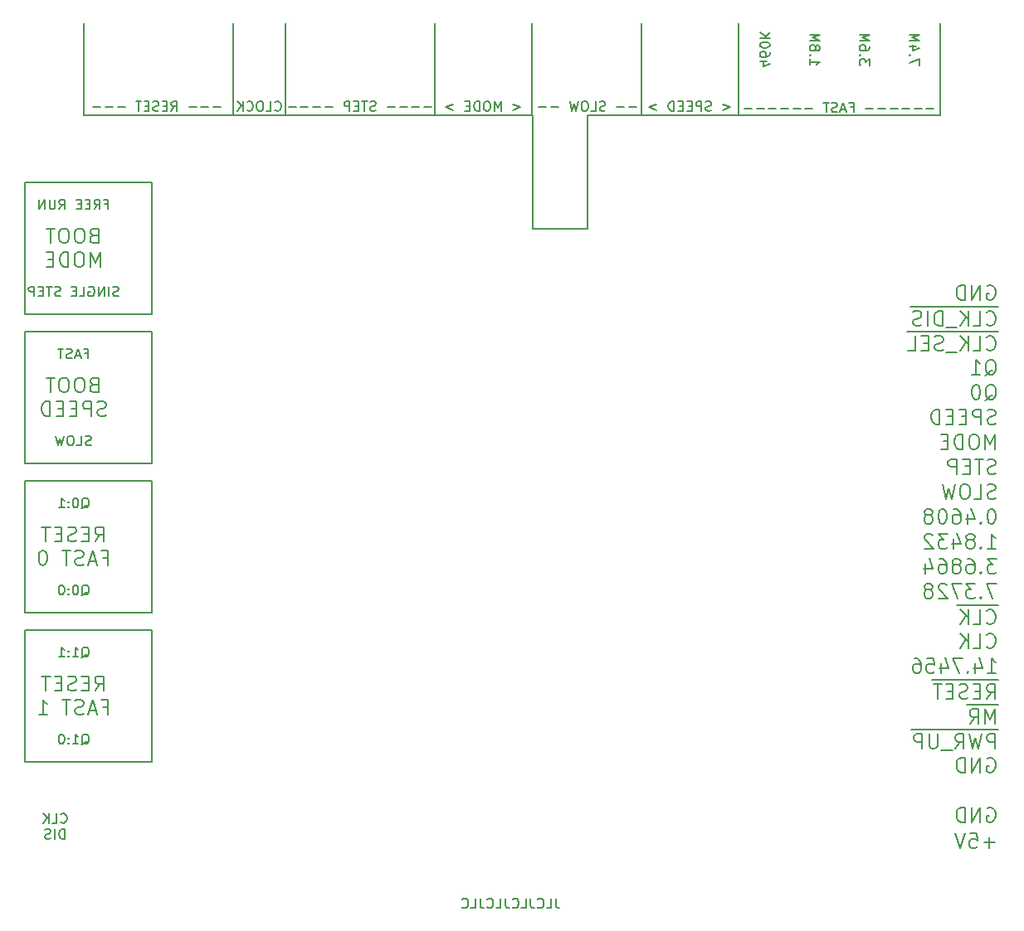
<source format=gbr>
%TF.GenerationSoftware,KiCad,Pcbnew,(6.0.7)*%
%TF.CreationDate,2022-10-23T20:31:47-04:00*%
%TF.ProjectId,Part 3 - Mapping things out,50617274-2033-4202-9d20-4d617070696e,1.1*%
%TF.SameCoordinates,Original*%
%TF.FileFunction,Legend,Bot*%
%TF.FilePolarity,Positive*%
%FSLAX46Y46*%
G04 Gerber Fmt 4.6, Leading zero omitted, Abs format (unit mm)*
G04 Created by KiCad (PCBNEW (6.0.7)) date 2022-10-23 20:31:47*
%MOMM*%
%LPD*%
G01*
G04 APERTURE LIST*
%ADD10C,0.150000*%
%ADD11C,0.200000*%
G04 APERTURE END LIST*
D10*
X152527000Y-55626000D02*
X162433000Y-55626000D01*
X89662000Y-62484000D02*
X102616000Y-62484000D01*
X89662000Y-91186000D02*
X89662000Y-77724000D01*
X147066000Y-67183000D02*
X141478000Y-67183000D01*
X110871000Y-55626000D02*
X116205000Y-55626000D01*
X162433000Y-55626000D02*
X162433000Y-46200000D01*
X102616000Y-106426000D02*
X89662000Y-106426000D01*
X141478000Y-55626000D02*
X141351000Y-55626000D01*
X102616000Y-108204000D02*
X102616000Y-121666000D01*
X89662000Y-106426000D02*
X89662000Y-92964000D01*
X141478000Y-67183000D02*
X141478000Y-55626000D01*
X102616000Y-121666000D02*
X89662000Y-121666000D01*
X131445000Y-55626000D02*
X131445000Y-46200000D01*
X102616000Y-62484000D02*
X102616000Y-75946000D01*
X141351000Y-55626000D02*
X141351000Y-46200000D01*
X102616000Y-75946000D02*
X89662000Y-75946000D01*
X89662000Y-92964000D02*
X102616000Y-92964000D01*
X102616000Y-77724000D02*
X102616000Y-91186000D01*
X183007000Y-55626000D02*
X183007000Y-46200000D01*
X89662000Y-121666000D02*
X89662000Y-108204000D01*
X147066000Y-55626000D02*
X147066000Y-67183000D01*
X89662000Y-108204000D02*
X102616000Y-108204000D01*
X147066000Y-55626000D02*
X152527000Y-55626000D01*
X162433000Y-55626000D02*
X183007000Y-55626000D01*
X89662000Y-77724000D02*
X102616000Y-77724000D01*
X89662000Y-75946000D02*
X89662000Y-62484000D01*
X152527000Y-55626000D02*
X152527000Y-46200000D01*
X102616000Y-92964000D02*
X102616000Y-106426000D01*
X95631000Y-46200000D02*
X95631000Y-55626000D01*
X131445000Y-55626000D02*
X141351000Y-55626000D01*
X95631000Y-55626000D02*
X110871000Y-55626000D01*
X110871000Y-55626000D02*
X110871000Y-46200000D01*
X116205000Y-55626000D02*
X131445000Y-55626000D01*
X116205000Y-55626000D02*
X116205000Y-46200000D01*
X102616000Y-91186000D02*
X89662000Y-91186000D01*
D11*
X188615857Y-129901142D02*
X187473000Y-129901142D01*
X188044428Y-130472571D02*
X188044428Y-129329714D01*
X186044428Y-128972571D02*
X186758714Y-128972571D01*
X186830142Y-129686857D01*
X186758714Y-129615428D01*
X186615857Y-129544000D01*
X186258714Y-129544000D01*
X186115857Y-129615428D01*
X186044428Y-129686857D01*
X185973000Y-129829714D01*
X185973000Y-130186857D01*
X186044428Y-130329714D01*
X186115857Y-130401142D01*
X186258714Y-130472571D01*
X186615857Y-130472571D01*
X186758714Y-130401142D01*
X186830142Y-130329714D01*
X185544428Y-128972571D02*
X185044428Y-130472571D01*
X184544428Y-128972571D01*
D10*
X95424523Y-104687619D02*
X95519761Y-104640000D01*
X95615000Y-104544761D01*
X95757857Y-104401904D01*
X95853095Y-104354285D01*
X95948333Y-104354285D01*
X95900714Y-104592380D02*
X95995952Y-104544761D01*
X96091190Y-104449523D01*
X96138809Y-104259047D01*
X96138809Y-103925714D01*
X96091190Y-103735238D01*
X95995952Y-103640000D01*
X95900714Y-103592380D01*
X95710238Y-103592380D01*
X95615000Y-103640000D01*
X95519761Y-103735238D01*
X95472142Y-103925714D01*
X95472142Y-104259047D01*
X95519761Y-104449523D01*
X95615000Y-104544761D01*
X95710238Y-104592380D01*
X95900714Y-104592380D01*
X94853095Y-103592380D02*
X94757857Y-103592380D01*
X94662619Y-103640000D01*
X94615000Y-103687619D01*
X94567380Y-103782857D01*
X94519761Y-103973333D01*
X94519761Y-104211428D01*
X94567380Y-104401904D01*
X94615000Y-104497142D01*
X94662619Y-104544761D01*
X94757857Y-104592380D01*
X94853095Y-104592380D01*
X94948333Y-104544761D01*
X94995952Y-104497142D01*
X95043571Y-104401904D01*
X95091190Y-104211428D01*
X95091190Y-103973333D01*
X95043571Y-103782857D01*
X94995952Y-103687619D01*
X94948333Y-103640000D01*
X94853095Y-103592380D01*
X94091190Y-104497142D02*
X94043571Y-104544761D01*
X94091190Y-104592380D01*
X94138809Y-104544761D01*
X94091190Y-104497142D01*
X94091190Y-104592380D01*
X94091190Y-103973333D02*
X94043571Y-104020952D01*
X94091190Y-104068571D01*
X94138809Y-104020952D01*
X94091190Y-103973333D01*
X94091190Y-104068571D01*
X93424523Y-103592380D02*
X93329285Y-103592380D01*
X93234047Y-103640000D01*
X93186428Y-103687619D01*
X93138809Y-103782857D01*
X93091190Y-103973333D01*
X93091190Y-104211428D01*
X93138809Y-104401904D01*
X93186428Y-104497142D01*
X93234047Y-104544761D01*
X93329285Y-104592380D01*
X93424523Y-104592380D01*
X93519761Y-104544761D01*
X93567380Y-104497142D01*
X93615000Y-104401904D01*
X93662619Y-104211428D01*
X93662619Y-103973333D01*
X93615000Y-103782857D01*
X93567380Y-103687619D01*
X93519761Y-103640000D01*
X93424523Y-103592380D01*
X95424523Y-95797619D02*
X95519761Y-95750000D01*
X95615000Y-95654761D01*
X95757857Y-95511904D01*
X95853095Y-95464285D01*
X95948333Y-95464285D01*
X95900714Y-95702380D02*
X95995952Y-95654761D01*
X96091190Y-95559523D01*
X96138809Y-95369047D01*
X96138809Y-95035714D01*
X96091190Y-94845238D01*
X95995952Y-94750000D01*
X95900714Y-94702380D01*
X95710238Y-94702380D01*
X95615000Y-94750000D01*
X95519761Y-94845238D01*
X95472142Y-95035714D01*
X95472142Y-95369047D01*
X95519761Y-95559523D01*
X95615000Y-95654761D01*
X95710238Y-95702380D01*
X95900714Y-95702380D01*
X94853095Y-94702380D02*
X94757857Y-94702380D01*
X94662619Y-94750000D01*
X94615000Y-94797619D01*
X94567380Y-94892857D01*
X94519761Y-95083333D01*
X94519761Y-95321428D01*
X94567380Y-95511904D01*
X94615000Y-95607142D01*
X94662619Y-95654761D01*
X94757857Y-95702380D01*
X94853095Y-95702380D01*
X94948333Y-95654761D01*
X94995952Y-95607142D01*
X95043571Y-95511904D01*
X95091190Y-95321428D01*
X95091190Y-95083333D01*
X95043571Y-94892857D01*
X94995952Y-94797619D01*
X94948333Y-94750000D01*
X94853095Y-94702380D01*
X94091190Y-95607142D02*
X94043571Y-95654761D01*
X94091190Y-95702380D01*
X94138809Y-95654761D01*
X94091190Y-95607142D01*
X94091190Y-95702380D01*
X94091190Y-95083333D02*
X94043571Y-95130952D01*
X94091190Y-95178571D01*
X94138809Y-95130952D01*
X94091190Y-95083333D01*
X94091190Y-95178571D01*
X93091190Y-95702380D02*
X93662619Y-95702380D01*
X93376904Y-95702380D02*
X93376904Y-94702380D01*
X93472142Y-94845238D01*
X93567380Y-94940476D01*
X93662619Y-94988095D01*
X160860952Y-54522714D02*
X161622857Y-54808428D01*
X160860952Y-55094142D01*
X159670476Y-55141761D02*
X159527619Y-55189380D01*
X159289523Y-55189380D01*
X159194285Y-55141761D01*
X159146666Y-55094142D01*
X159099047Y-54998904D01*
X159099047Y-54903666D01*
X159146666Y-54808428D01*
X159194285Y-54760809D01*
X159289523Y-54713190D01*
X159480000Y-54665571D01*
X159575238Y-54617952D01*
X159622857Y-54570333D01*
X159670476Y-54475095D01*
X159670476Y-54379857D01*
X159622857Y-54284619D01*
X159575238Y-54237000D01*
X159480000Y-54189380D01*
X159241904Y-54189380D01*
X159099047Y-54237000D01*
X158670476Y-55189380D02*
X158670476Y-54189380D01*
X158289523Y-54189380D01*
X158194285Y-54237000D01*
X158146666Y-54284619D01*
X158099047Y-54379857D01*
X158099047Y-54522714D01*
X158146666Y-54617952D01*
X158194285Y-54665571D01*
X158289523Y-54713190D01*
X158670476Y-54713190D01*
X157670476Y-54665571D02*
X157337142Y-54665571D01*
X157194285Y-55189380D02*
X157670476Y-55189380D01*
X157670476Y-54189380D01*
X157194285Y-54189380D01*
X156765714Y-54665571D02*
X156432380Y-54665571D01*
X156289523Y-55189380D02*
X156765714Y-55189380D01*
X156765714Y-54189380D01*
X156289523Y-54189380D01*
X155860952Y-55189380D02*
X155860952Y-54189380D01*
X155622857Y-54189380D01*
X155480000Y-54237000D01*
X155384761Y-54332238D01*
X155337142Y-54427476D01*
X155289523Y-54617952D01*
X155289523Y-54760809D01*
X155337142Y-54951285D01*
X155384761Y-55046523D01*
X155480000Y-55141761D01*
X155622857Y-55189380D01*
X155860952Y-55189380D01*
X154099047Y-54522714D02*
X153337142Y-54808428D01*
X154099047Y-55094142D01*
D11*
X187615857Y-82228428D02*
X187758714Y-82157000D01*
X187901571Y-82014142D01*
X188115857Y-81799857D01*
X188258714Y-81728428D01*
X188401571Y-81728428D01*
X188330142Y-82085571D02*
X188473000Y-82014142D01*
X188615857Y-81871285D01*
X188687285Y-81585571D01*
X188687285Y-81085571D01*
X188615857Y-80799857D01*
X188473000Y-80657000D01*
X188330142Y-80585571D01*
X188044428Y-80585571D01*
X187901571Y-80657000D01*
X187758714Y-80799857D01*
X187687285Y-81085571D01*
X187687285Y-81585571D01*
X187758714Y-81871285D01*
X187901571Y-82014142D01*
X188044428Y-82085571D01*
X188330142Y-82085571D01*
X186258714Y-82085571D02*
X187115857Y-82085571D01*
X186687285Y-82085571D02*
X186687285Y-80585571D01*
X186830142Y-80799857D01*
X186973000Y-80942714D01*
X187115857Y-81014142D01*
X188973000Y-77749000D02*
X187473000Y-77749000D01*
X187758714Y-79529714D02*
X187830142Y-79601142D01*
X188044428Y-79672571D01*
X188187285Y-79672571D01*
X188401571Y-79601142D01*
X188544428Y-79458285D01*
X188615857Y-79315428D01*
X188687285Y-79029714D01*
X188687285Y-78815428D01*
X188615857Y-78529714D01*
X188544428Y-78386857D01*
X188401571Y-78244000D01*
X188187285Y-78172571D01*
X188044428Y-78172571D01*
X187830142Y-78244000D01*
X187758714Y-78315428D01*
X187473000Y-77749000D02*
X186258714Y-77749000D01*
X186401571Y-79672571D02*
X187115857Y-79672571D01*
X187115857Y-78172571D01*
X186258714Y-77749000D02*
X184758714Y-77749000D01*
X185901571Y-79672571D02*
X185901571Y-78172571D01*
X185044428Y-79672571D02*
X185687285Y-78815428D01*
X185044428Y-78172571D02*
X185901571Y-79029714D01*
X184758714Y-77749000D02*
X183615857Y-77749000D01*
X184758714Y-79815428D02*
X183615857Y-79815428D01*
X183615857Y-77749000D02*
X182187285Y-77749000D01*
X183330142Y-79601142D02*
X183115857Y-79672571D01*
X182758714Y-79672571D01*
X182615857Y-79601142D01*
X182544428Y-79529714D01*
X182473000Y-79386857D01*
X182473000Y-79244000D01*
X182544428Y-79101142D01*
X182615857Y-79029714D01*
X182758714Y-78958285D01*
X183044428Y-78886857D01*
X183187285Y-78815428D01*
X183258714Y-78744000D01*
X183330142Y-78601142D01*
X183330142Y-78458285D01*
X183258714Y-78315428D01*
X183187285Y-78244000D01*
X183044428Y-78172571D01*
X182687285Y-78172571D01*
X182473000Y-78244000D01*
X182187285Y-77749000D02*
X180830142Y-77749000D01*
X181830142Y-78886857D02*
X181330142Y-78886857D01*
X181115857Y-79672571D02*
X181830142Y-79672571D01*
X181830142Y-78172571D01*
X181115857Y-78172571D01*
X180830142Y-77749000D02*
X179615857Y-77749000D01*
X179758714Y-79672571D02*
X180473000Y-79672571D01*
X180473000Y-78172571D01*
D10*
X95757857Y-79938571D02*
X96091190Y-79938571D01*
X96091190Y-80462380D02*
X96091190Y-79462380D01*
X95615000Y-79462380D01*
X95281666Y-80176666D02*
X94805476Y-80176666D01*
X95376904Y-80462380D02*
X95043571Y-79462380D01*
X94710238Y-80462380D01*
X94424523Y-80414761D02*
X94281666Y-80462380D01*
X94043571Y-80462380D01*
X93948333Y-80414761D01*
X93900714Y-80367142D01*
X93853095Y-80271904D01*
X93853095Y-80176666D01*
X93900714Y-80081428D01*
X93948333Y-80033809D01*
X94043571Y-79986190D01*
X94234047Y-79938571D01*
X94329285Y-79890952D01*
X94376904Y-79843333D01*
X94424523Y-79748095D01*
X94424523Y-79652857D01*
X94376904Y-79557619D01*
X94329285Y-79510000D01*
X94234047Y-79462380D01*
X93995952Y-79462380D01*
X93853095Y-79510000D01*
X93567380Y-79462380D02*
X92995952Y-79462380D01*
X93281666Y-80462380D02*
X93281666Y-79462380D01*
D11*
X188330142Y-95825571D02*
X188187285Y-95825571D01*
X188044428Y-95897000D01*
X187973000Y-95968428D01*
X187901571Y-96111285D01*
X187830142Y-96397000D01*
X187830142Y-96754142D01*
X187901571Y-97039857D01*
X187973000Y-97182714D01*
X188044428Y-97254142D01*
X188187285Y-97325571D01*
X188330142Y-97325571D01*
X188473000Y-97254142D01*
X188544428Y-97182714D01*
X188615857Y-97039857D01*
X188687285Y-96754142D01*
X188687285Y-96397000D01*
X188615857Y-96111285D01*
X188544428Y-95968428D01*
X188473000Y-95897000D01*
X188330142Y-95825571D01*
X187187285Y-97182714D02*
X187115857Y-97254142D01*
X187187285Y-97325571D01*
X187258714Y-97254142D01*
X187187285Y-97182714D01*
X187187285Y-97325571D01*
X185830142Y-96325571D02*
X185830142Y-97325571D01*
X186187285Y-95754142D02*
X186544428Y-96825571D01*
X185615857Y-96825571D01*
X184401571Y-95825571D02*
X184687285Y-95825571D01*
X184830142Y-95897000D01*
X184901571Y-95968428D01*
X185044428Y-96182714D01*
X185115857Y-96468428D01*
X185115857Y-97039857D01*
X185044428Y-97182714D01*
X184973000Y-97254142D01*
X184830142Y-97325571D01*
X184544428Y-97325571D01*
X184401571Y-97254142D01*
X184330142Y-97182714D01*
X184258714Y-97039857D01*
X184258714Y-96682714D01*
X184330142Y-96539857D01*
X184401571Y-96468428D01*
X184544428Y-96397000D01*
X184830142Y-96397000D01*
X184973000Y-96468428D01*
X185044428Y-96539857D01*
X185115857Y-96682714D01*
X183330142Y-95825571D02*
X183187285Y-95825571D01*
X183044428Y-95897000D01*
X182973000Y-95968428D01*
X182901571Y-96111285D01*
X182830142Y-96397000D01*
X182830142Y-96754142D01*
X182901571Y-97039857D01*
X182973000Y-97182714D01*
X183044428Y-97254142D01*
X183187285Y-97325571D01*
X183330142Y-97325571D01*
X183473000Y-97254142D01*
X183544428Y-97182714D01*
X183615857Y-97039857D01*
X183687285Y-96754142D01*
X183687285Y-96397000D01*
X183615857Y-96111285D01*
X183544428Y-95968428D01*
X183473000Y-95897000D01*
X183330142Y-95825571D01*
X181973000Y-96468428D02*
X182115857Y-96397000D01*
X182187285Y-96325571D01*
X182258714Y-96182714D01*
X182258714Y-96111285D01*
X182187285Y-95968428D01*
X182115857Y-95897000D01*
X181973000Y-95825571D01*
X181687285Y-95825571D01*
X181544428Y-95897000D01*
X181473000Y-95968428D01*
X181401571Y-96111285D01*
X181401571Y-96182714D01*
X181473000Y-96325571D01*
X181544428Y-96397000D01*
X181687285Y-96468428D01*
X181973000Y-96468428D01*
X182115857Y-96539857D01*
X182187285Y-96611285D01*
X182258714Y-96754142D01*
X182258714Y-97039857D01*
X182187285Y-97182714D01*
X182115857Y-97254142D01*
X181973000Y-97325571D01*
X181687285Y-97325571D01*
X181544428Y-97254142D01*
X181473000Y-97182714D01*
X181401571Y-97039857D01*
X181401571Y-96754142D01*
X181473000Y-96611285D01*
X181544428Y-96539857D01*
X181687285Y-96468428D01*
D10*
X97805476Y-64698571D02*
X98138809Y-64698571D01*
X98138809Y-65222380D02*
X98138809Y-64222380D01*
X97662619Y-64222380D01*
X96710238Y-65222380D02*
X97043571Y-64746190D01*
X97281666Y-65222380D02*
X97281666Y-64222380D01*
X96900714Y-64222380D01*
X96805476Y-64270000D01*
X96757857Y-64317619D01*
X96710238Y-64412857D01*
X96710238Y-64555714D01*
X96757857Y-64650952D01*
X96805476Y-64698571D01*
X96900714Y-64746190D01*
X97281666Y-64746190D01*
X96281666Y-64698571D02*
X95948333Y-64698571D01*
X95805476Y-65222380D02*
X96281666Y-65222380D01*
X96281666Y-64222380D01*
X95805476Y-64222380D01*
X95376904Y-64698571D02*
X95043571Y-64698571D01*
X94900714Y-65222380D02*
X95376904Y-65222380D01*
X95376904Y-64222380D01*
X94900714Y-64222380D01*
X93138809Y-65222380D02*
X93472142Y-64746190D01*
X93710238Y-65222380D02*
X93710238Y-64222380D01*
X93329285Y-64222380D01*
X93234047Y-64270000D01*
X93186428Y-64317619D01*
X93138809Y-64412857D01*
X93138809Y-64555714D01*
X93186428Y-64650952D01*
X93234047Y-64698571D01*
X93329285Y-64746190D01*
X93710238Y-64746190D01*
X92710238Y-64222380D02*
X92710238Y-65031904D01*
X92662619Y-65127142D01*
X92615000Y-65174761D01*
X92519761Y-65222380D01*
X92329285Y-65222380D01*
X92234047Y-65174761D01*
X92186428Y-65127142D01*
X92138809Y-65031904D01*
X92138809Y-64222380D01*
X91662619Y-65222380D02*
X91662619Y-64222380D01*
X91091190Y-65222380D01*
X91091190Y-64222380D01*
D11*
X96793571Y-114406071D02*
X97293571Y-113691785D01*
X97650714Y-114406071D02*
X97650714Y-112906071D01*
X97079285Y-112906071D01*
X96936428Y-112977500D01*
X96865000Y-113048928D01*
X96793571Y-113191785D01*
X96793571Y-113406071D01*
X96865000Y-113548928D01*
X96936428Y-113620357D01*
X97079285Y-113691785D01*
X97650714Y-113691785D01*
X96150714Y-113620357D02*
X95650714Y-113620357D01*
X95436428Y-114406071D02*
X96150714Y-114406071D01*
X96150714Y-112906071D01*
X95436428Y-112906071D01*
X94865000Y-114334642D02*
X94650714Y-114406071D01*
X94293571Y-114406071D01*
X94150714Y-114334642D01*
X94079285Y-114263214D01*
X94007857Y-114120357D01*
X94007857Y-113977500D01*
X94079285Y-113834642D01*
X94150714Y-113763214D01*
X94293571Y-113691785D01*
X94579285Y-113620357D01*
X94722142Y-113548928D01*
X94793571Y-113477500D01*
X94865000Y-113334642D01*
X94865000Y-113191785D01*
X94793571Y-113048928D01*
X94722142Y-112977500D01*
X94579285Y-112906071D01*
X94222142Y-112906071D01*
X94007857Y-112977500D01*
X93365000Y-113620357D02*
X92865000Y-113620357D01*
X92650714Y-114406071D02*
X93365000Y-114406071D01*
X93365000Y-112906071D01*
X92650714Y-112906071D01*
X92222142Y-112906071D02*
X91365000Y-112906071D01*
X91793571Y-114406071D02*
X91793571Y-112906071D01*
X97615000Y-116035357D02*
X98115000Y-116035357D01*
X98115000Y-116821071D02*
X98115000Y-115321071D01*
X97400714Y-115321071D01*
X96900714Y-116392500D02*
X96186428Y-116392500D01*
X97043571Y-116821071D02*
X96543571Y-115321071D01*
X96043571Y-116821071D01*
X95615000Y-116749642D02*
X95400714Y-116821071D01*
X95043571Y-116821071D01*
X94900714Y-116749642D01*
X94829285Y-116678214D01*
X94757857Y-116535357D01*
X94757857Y-116392500D01*
X94829285Y-116249642D01*
X94900714Y-116178214D01*
X95043571Y-116106785D01*
X95329285Y-116035357D01*
X95472142Y-115963928D01*
X95543571Y-115892500D01*
X95615000Y-115749642D01*
X95615000Y-115606785D01*
X95543571Y-115463928D01*
X95472142Y-115392500D01*
X95329285Y-115321071D01*
X94972142Y-115321071D01*
X94757857Y-115392500D01*
X94329285Y-115321071D02*
X93472142Y-115321071D01*
X93900714Y-116821071D02*
X93900714Y-115321071D01*
X91043571Y-116821071D02*
X91900714Y-116821071D01*
X91472142Y-116821071D02*
X91472142Y-115321071D01*
X91615000Y-115535357D01*
X91757857Y-115678214D01*
X91900714Y-115749642D01*
D10*
X180887619Y-50514047D02*
X180887619Y-49847380D01*
X179887619Y-50275952D01*
X179982857Y-49466428D02*
X179935238Y-49418809D01*
X179887619Y-49466428D01*
X179935238Y-49514047D01*
X179982857Y-49466428D01*
X179887619Y-49466428D01*
X180554285Y-48561666D02*
X179887619Y-48561666D01*
X180935238Y-48799761D02*
X180220952Y-49037857D01*
X180220952Y-48418809D01*
X179887619Y-48037857D02*
X180887619Y-48037857D01*
X180173333Y-47704523D01*
X180887619Y-47371190D01*
X179887619Y-47371190D01*
D11*
X188615857Y-89705571D02*
X188615857Y-88205571D01*
X188115857Y-89277000D01*
X187615857Y-88205571D01*
X187615857Y-89705571D01*
X186615857Y-88205571D02*
X186330142Y-88205571D01*
X186187285Y-88277000D01*
X186044428Y-88419857D01*
X185973000Y-88705571D01*
X185973000Y-89205571D01*
X186044428Y-89491285D01*
X186187285Y-89634142D01*
X186330142Y-89705571D01*
X186615857Y-89705571D01*
X186758714Y-89634142D01*
X186901571Y-89491285D01*
X186973000Y-89205571D01*
X186973000Y-88705571D01*
X186901571Y-88419857D01*
X186758714Y-88277000D01*
X186615857Y-88205571D01*
X185330142Y-89705571D02*
X185330142Y-88205571D01*
X184973000Y-88205571D01*
X184758714Y-88277000D01*
X184615857Y-88419857D01*
X184544428Y-88562714D01*
X184473000Y-88848428D01*
X184473000Y-89062714D01*
X184544428Y-89348428D01*
X184615857Y-89491285D01*
X184758714Y-89634142D01*
X184973000Y-89705571D01*
X185330142Y-89705571D01*
X183830142Y-88919857D02*
X183330142Y-88919857D01*
X183115857Y-89705571D02*
X183830142Y-89705571D01*
X183830142Y-88205571D01*
X183115857Y-88205571D01*
X188687285Y-92174142D02*
X188473000Y-92245571D01*
X188115857Y-92245571D01*
X187973000Y-92174142D01*
X187901571Y-92102714D01*
X187830142Y-91959857D01*
X187830142Y-91817000D01*
X187901571Y-91674142D01*
X187973000Y-91602714D01*
X188115857Y-91531285D01*
X188401571Y-91459857D01*
X188544428Y-91388428D01*
X188615857Y-91317000D01*
X188687285Y-91174142D01*
X188687285Y-91031285D01*
X188615857Y-90888428D01*
X188544428Y-90817000D01*
X188401571Y-90745571D01*
X188044428Y-90745571D01*
X187830142Y-90817000D01*
X187401571Y-90745571D02*
X186544428Y-90745571D01*
X186973000Y-92245571D02*
X186973000Y-90745571D01*
X186044428Y-91459857D02*
X185544428Y-91459857D01*
X185330142Y-92245571D02*
X186044428Y-92245571D01*
X186044428Y-90745571D01*
X185330142Y-90745571D01*
X184687285Y-92245571D02*
X184687285Y-90745571D01*
X184115857Y-90745571D01*
X183973000Y-90817000D01*
X183901571Y-90888428D01*
X183830142Y-91031285D01*
X183830142Y-91245571D01*
X183901571Y-91388428D01*
X183973000Y-91459857D01*
X184115857Y-91531285D01*
X184687285Y-91531285D01*
X188687285Y-87094142D02*
X188473000Y-87165571D01*
X188115857Y-87165571D01*
X187973000Y-87094142D01*
X187901571Y-87022714D01*
X187830142Y-86879857D01*
X187830142Y-86737000D01*
X187901571Y-86594142D01*
X187973000Y-86522714D01*
X188115857Y-86451285D01*
X188401571Y-86379857D01*
X188544428Y-86308428D01*
X188615857Y-86237000D01*
X188687285Y-86094142D01*
X188687285Y-85951285D01*
X188615857Y-85808428D01*
X188544428Y-85737000D01*
X188401571Y-85665571D01*
X188044428Y-85665571D01*
X187830142Y-85737000D01*
X187187285Y-87165571D02*
X187187285Y-85665571D01*
X186615857Y-85665571D01*
X186473000Y-85737000D01*
X186401571Y-85808428D01*
X186330142Y-85951285D01*
X186330142Y-86165571D01*
X186401571Y-86308428D01*
X186473000Y-86379857D01*
X186615857Y-86451285D01*
X187187285Y-86451285D01*
X185687285Y-86379857D02*
X185187285Y-86379857D01*
X184973000Y-87165571D02*
X185687285Y-87165571D01*
X185687285Y-85665571D01*
X184973000Y-85665571D01*
X184330142Y-86379857D02*
X183830142Y-86379857D01*
X183615857Y-87165571D02*
X184330142Y-87165571D01*
X184330142Y-85665571D01*
X183615857Y-85665571D01*
X182973000Y-87165571D02*
X182973000Y-85665571D01*
X182615857Y-85665571D01*
X182401571Y-85737000D01*
X182258714Y-85879857D01*
X182187285Y-86022714D01*
X182115857Y-86308428D01*
X182115857Y-86522714D01*
X182187285Y-86808428D01*
X182258714Y-86951285D01*
X182401571Y-87094142D01*
X182615857Y-87165571D01*
X182973000Y-87165571D01*
D10*
X115157047Y-55094142D02*
X115204666Y-55141761D01*
X115347523Y-55189380D01*
X115442761Y-55189380D01*
X115585619Y-55141761D01*
X115680857Y-55046523D01*
X115728476Y-54951285D01*
X115776095Y-54760809D01*
X115776095Y-54617952D01*
X115728476Y-54427476D01*
X115680857Y-54332238D01*
X115585619Y-54237000D01*
X115442761Y-54189380D01*
X115347523Y-54189380D01*
X115204666Y-54237000D01*
X115157047Y-54284619D01*
X114252285Y-55189380D02*
X114728476Y-55189380D01*
X114728476Y-54189380D01*
X113728476Y-54189380D02*
X113538000Y-54189380D01*
X113442761Y-54237000D01*
X113347523Y-54332238D01*
X113299904Y-54522714D01*
X113299904Y-54856047D01*
X113347523Y-55046523D01*
X113442761Y-55141761D01*
X113538000Y-55189380D01*
X113728476Y-55189380D01*
X113823714Y-55141761D01*
X113918952Y-55046523D01*
X113966571Y-54856047D01*
X113966571Y-54522714D01*
X113918952Y-54332238D01*
X113823714Y-54237000D01*
X113728476Y-54189380D01*
X112299904Y-55094142D02*
X112347523Y-55141761D01*
X112490380Y-55189380D01*
X112585619Y-55189380D01*
X112728476Y-55141761D01*
X112823714Y-55046523D01*
X112871333Y-54951285D01*
X112918952Y-54760809D01*
X112918952Y-54617952D01*
X112871333Y-54427476D01*
X112823714Y-54332238D01*
X112728476Y-54237000D01*
X112585619Y-54189380D01*
X112490380Y-54189380D01*
X112347523Y-54237000D01*
X112299904Y-54284619D01*
X111871333Y-55189380D02*
X111871333Y-54189380D01*
X111299904Y-55189380D02*
X111728476Y-54617952D01*
X111299904Y-54189380D02*
X111871333Y-54760809D01*
D11*
X188973000Y-105689000D02*
X187473000Y-105689000D01*
X187758714Y-107469714D02*
X187830142Y-107541142D01*
X188044428Y-107612571D01*
X188187285Y-107612571D01*
X188401571Y-107541142D01*
X188544428Y-107398285D01*
X188615857Y-107255428D01*
X188687285Y-106969714D01*
X188687285Y-106755428D01*
X188615857Y-106469714D01*
X188544428Y-106326857D01*
X188401571Y-106184000D01*
X188187285Y-106112571D01*
X188044428Y-106112571D01*
X187830142Y-106184000D01*
X187758714Y-106255428D01*
X187473000Y-105689000D02*
X186258714Y-105689000D01*
X186401571Y-107612571D02*
X187115857Y-107612571D01*
X187115857Y-106112571D01*
X186258714Y-105689000D02*
X184758714Y-105689000D01*
X185901571Y-107612571D02*
X185901571Y-106112571D01*
X185044428Y-107612571D02*
X185687285Y-106755428D01*
X185044428Y-106112571D02*
X185901571Y-106969714D01*
D10*
X152042190Y-54808428D02*
X151280285Y-54808428D01*
X150804095Y-54808428D02*
X150042190Y-54808428D01*
X148851714Y-55141761D02*
X148708857Y-55189380D01*
X148470761Y-55189380D01*
X148375523Y-55141761D01*
X148327904Y-55094142D01*
X148280285Y-54998904D01*
X148280285Y-54903666D01*
X148327904Y-54808428D01*
X148375523Y-54760809D01*
X148470761Y-54713190D01*
X148661238Y-54665571D01*
X148756476Y-54617952D01*
X148804095Y-54570333D01*
X148851714Y-54475095D01*
X148851714Y-54379857D01*
X148804095Y-54284619D01*
X148756476Y-54237000D01*
X148661238Y-54189380D01*
X148423142Y-54189380D01*
X148280285Y-54237000D01*
X147375523Y-55189380D02*
X147851714Y-55189380D01*
X147851714Y-54189380D01*
X146851714Y-54189380D02*
X146661238Y-54189380D01*
X146566000Y-54237000D01*
X146470761Y-54332238D01*
X146423142Y-54522714D01*
X146423142Y-54856047D01*
X146470761Y-55046523D01*
X146566000Y-55141761D01*
X146661238Y-55189380D01*
X146851714Y-55189380D01*
X146946952Y-55141761D01*
X147042190Y-55046523D01*
X147089809Y-54856047D01*
X147089809Y-54522714D01*
X147042190Y-54332238D01*
X146946952Y-54237000D01*
X146851714Y-54189380D01*
X146089809Y-54189380D02*
X145851714Y-55189380D01*
X145661238Y-54475095D01*
X145470761Y-55189380D01*
X145232666Y-54189380D01*
X144089809Y-54808428D02*
X143327904Y-54808428D01*
X142851714Y-54808428D02*
X142089809Y-54808428D01*
X95424523Y-119927619D02*
X95519761Y-119880000D01*
X95615000Y-119784761D01*
X95757857Y-119641904D01*
X95853095Y-119594285D01*
X95948333Y-119594285D01*
X95900714Y-119832380D02*
X95995952Y-119784761D01*
X96091190Y-119689523D01*
X96138809Y-119499047D01*
X96138809Y-119165714D01*
X96091190Y-118975238D01*
X95995952Y-118880000D01*
X95900714Y-118832380D01*
X95710238Y-118832380D01*
X95615000Y-118880000D01*
X95519761Y-118975238D01*
X95472142Y-119165714D01*
X95472142Y-119499047D01*
X95519761Y-119689523D01*
X95615000Y-119784761D01*
X95710238Y-119832380D01*
X95900714Y-119832380D01*
X94519761Y-119832380D02*
X95091190Y-119832380D01*
X94805476Y-119832380D02*
X94805476Y-118832380D01*
X94900714Y-118975238D01*
X94995952Y-119070476D01*
X95091190Y-119118095D01*
X94091190Y-119737142D02*
X94043571Y-119784761D01*
X94091190Y-119832380D01*
X94138809Y-119784761D01*
X94091190Y-119737142D01*
X94091190Y-119832380D01*
X94091190Y-119213333D02*
X94043571Y-119260952D01*
X94091190Y-119308571D01*
X94138809Y-119260952D01*
X94091190Y-119213333D01*
X94091190Y-119308571D01*
X93424523Y-118832380D02*
X93329285Y-118832380D01*
X93234047Y-118880000D01*
X93186428Y-118927619D01*
X93138809Y-119022857D01*
X93091190Y-119213333D01*
X93091190Y-119451428D01*
X93138809Y-119641904D01*
X93186428Y-119737142D01*
X93234047Y-119784761D01*
X93329285Y-119832380D01*
X93424523Y-119832380D01*
X93519761Y-119784761D01*
X93567380Y-119737142D01*
X93615000Y-119641904D01*
X93662619Y-119451428D01*
X93662619Y-119213333D01*
X93615000Y-119022857D01*
X93567380Y-118927619D01*
X93519761Y-118880000D01*
X93424523Y-118832380D01*
D11*
X187864428Y-112565571D02*
X188695857Y-112565571D01*
X188280142Y-112565571D02*
X188280142Y-111065571D01*
X188418714Y-111279857D01*
X188557285Y-111422714D01*
X188695857Y-111494142D01*
X186617285Y-111565571D02*
X186617285Y-112565571D01*
X186963714Y-110994142D02*
X187310142Y-112065571D01*
X186409428Y-112065571D01*
X185855142Y-112422714D02*
X185785857Y-112494142D01*
X185855142Y-112565571D01*
X185924428Y-112494142D01*
X185855142Y-112422714D01*
X185855142Y-112565571D01*
X185300857Y-111065571D02*
X184330857Y-111065571D01*
X184954428Y-112565571D01*
X183153000Y-111565571D02*
X183153000Y-112565571D01*
X183499428Y-110994142D02*
X183845857Y-112065571D01*
X182945142Y-112065571D01*
X181698000Y-111065571D02*
X182390857Y-111065571D01*
X182460142Y-111779857D01*
X182390857Y-111708428D01*
X182252285Y-111637000D01*
X181905857Y-111637000D01*
X181767285Y-111708428D01*
X181698000Y-111779857D01*
X181628714Y-111922714D01*
X181628714Y-112279857D01*
X181698000Y-112422714D01*
X181767285Y-112494142D01*
X181905857Y-112565571D01*
X182252285Y-112565571D01*
X182390857Y-112494142D01*
X182460142Y-112422714D01*
X180381571Y-111065571D02*
X180658714Y-111065571D01*
X180797285Y-111137000D01*
X180866571Y-111208428D01*
X181005142Y-111422714D01*
X181074428Y-111708428D01*
X181074428Y-112279857D01*
X181005142Y-112422714D01*
X180935857Y-112494142D01*
X180797285Y-112565571D01*
X180520142Y-112565571D01*
X180381571Y-112494142D01*
X180312285Y-112422714D01*
X180243000Y-112279857D01*
X180243000Y-111922714D01*
X180312285Y-111779857D01*
X180381571Y-111708428D01*
X180520142Y-111637000D01*
X180797285Y-111637000D01*
X180935857Y-111708428D01*
X181005142Y-111779857D01*
X181074428Y-111922714D01*
D10*
X139445619Y-54522714D02*
X140207523Y-54808428D01*
X139445619Y-55094142D01*
X138207523Y-55189380D02*
X138207523Y-54189380D01*
X137874190Y-54903666D01*
X137540857Y-54189380D01*
X137540857Y-55189380D01*
X136874190Y-54189380D02*
X136683714Y-54189380D01*
X136588476Y-54237000D01*
X136493238Y-54332238D01*
X136445619Y-54522714D01*
X136445619Y-54856047D01*
X136493238Y-55046523D01*
X136588476Y-55141761D01*
X136683714Y-55189380D01*
X136874190Y-55189380D01*
X136969428Y-55141761D01*
X137064666Y-55046523D01*
X137112285Y-54856047D01*
X137112285Y-54522714D01*
X137064666Y-54332238D01*
X136969428Y-54237000D01*
X136874190Y-54189380D01*
X136017047Y-55189380D02*
X136017047Y-54189380D01*
X135778952Y-54189380D01*
X135636095Y-54237000D01*
X135540857Y-54332238D01*
X135493238Y-54427476D01*
X135445619Y-54617952D01*
X135445619Y-54760809D01*
X135493238Y-54951285D01*
X135540857Y-55046523D01*
X135636095Y-55141761D01*
X135778952Y-55189380D01*
X136017047Y-55189380D01*
X135017047Y-54665571D02*
X134683714Y-54665571D01*
X134540857Y-55189380D02*
X135017047Y-55189380D01*
X135017047Y-54189380D01*
X134540857Y-54189380D01*
X133350380Y-54522714D02*
X132588476Y-54808428D01*
X133350380Y-55094142D01*
X182386666Y-54935428D02*
X181624761Y-54935428D01*
X181148571Y-54935428D02*
X180386666Y-54935428D01*
X179910476Y-54935428D02*
X179148571Y-54935428D01*
X178672380Y-54935428D02*
X177910476Y-54935428D01*
X177434285Y-54935428D02*
X176672380Y-54935428D01*
X176196190Y-54935428D02*
X175434285Y-54935428D01*
X173862857Y-54792571D02*
X174196190Y-54792571D01*
X174196190Y-55316380D02*
X174196190Y-54316380D01*
X173720000Y-54316380D01*
X173386666Y-55030666D02*
X172910476Y-55030666D01*
X173481904Y-55316380D02*
X173148571Y-54316380D01*
X172815238Y-55316380D01*
X172529523Y-55268761D02*
X172386666Y-55316380D01*
X172148571Y-55316380D01*
X172053333Y-55268761D01*
X172005714Y-55221142D01*
X171958095Y-55125904D01*
X171958095Y-55030666D01*
X172005714Y-54935428D01*
X172053333Y-54887809D01*
X172148571Y-54840190D01*
X172339047Y-54792571D01*
X172434285Y-54744952D01*
X172481904Y-54697333D01*
X172529523Y-54602095D01*
X172529523Y-54506857D01*
X172481904Y-54411619D01*
X172434285Y-54364000D01*
X172339047Y-54316380D01*
X172100952Y-54316380D01*
X171958095Y-54364000D01*
X171672380Y-54316380D02*
X171100952Y-54316380D01*
X171386666Y-55316380D02*
X171386666Y-54316380D01*
X170005714Y-54935428D02*
X169243809Y-54935428D01*
X168767619Y-54935428D02*
X168005714Y-54935428D01*
X167529523Y-54935428D02*
X166767619Y-54935428D01*
X166291428Y-54935428D02*
X165529523Y-54935428D01*
X165053333Y-54935428D02*
X164291428Y-54935428D01*
X163815238Y-54935428D02*
X163053333Y-54935428D01*
D11*
X188687285Y-94714142D02*
X188473000Y-94785571D01*
X188115857Y-94785571D01*
X187973000Y-94714142D01*
X187901571Y-94642714D01*
X187830142Y-94499857D01*
X187830142Y-94357000D01*
X187901571Y-94214142D01*
X187973000Y-94142714D01*
X188115857Y-94071285D01*
X188401571Y-93999857D01*
X188544428Y-93928428D01*
X188615857Y-93857000D01*
X188687285Y-93714142D01*
X188687285Y-93571285D01*
X188615857Y-93428428D01*
X188544428Y-93357000D01*
X188401571Y-93285571D01*
X188044428Y-93285571D01*
X187830142Y-93357000D01*
X186473000Y-94785571D02*
X187187285Y-94785571D01*
X187187285Y-93285571D01*
X185687285Y-93285571D02*
X185401571Y-93285571D01*
X185258714Y-93357000D01*
X185115857Y-93499857D01*
X185044428Y-93785571D01*
X185044428Y-94285571D01*
X185115857Y-94571285D01*
X185258714Y-94714142D01*
X185401571Y-94785571D01*
X185687285Y-94785571D01*
X185830142Y-94714142D01*
X185973000Y-94571285D01*
X186044428Y-94285571D01*
X186044428Y-93785571D01*
X185973000Y-93499857D01*
X185830142Y-93357000D01*
X185687285Y-93285571D01*
X184544428Y-93285571D02*
X184187285Y-94785571D01*
X183901571Y-93714142D01*
X183615857Y-94785571D01*
X183258714Y-93285571D01*
X96650714Y-67900357D02*
X96436428Y-67971785D01*
X96365000Y-68043214D01*
X96293571Y-68186071D01*
X96293571Y-68400357D01*
X96365000Y-68543214D01*
X96436428Y-68614642D01*
X96579285Y-68686071D01*
X97150714Y-68686071D01*
X97150714Y-67186071D01*
X96650714Y-67186071D01*
X96507857Y-67257500D01*
X96436428Y-67328928D01*
X96365000Y-67471785D01*
X96365000Y-67614642D01*
X96436428Y-67757500D01*
X96507857Y-67828928D01*
X96650714Y-67900357D01*
X97150714Y-67900357D01*
X95365000Y-67186071D02*
X95079285Y-67186071D01*
X94936428Y-67257500D01*
X94793571Y-67400357D01*
X94722142Y-67686071D01*
X94722142Y-68186071D01*
X94793571Y-68471785D01*
X94936428Y-68614642D01*
X95079285Y-68686071D01*
X95365000Y-68686071D01*
X95507857Y-68614642D01*
X95650714Y-68471785D01*
X95722142Y-68186071D01*
X95722142Y-67686071D01*
X95650714Y-67400357D01*
X95507857Y-67257500D01*
X95365000Y-67186071D01*
X93793571Y-67186071D02*
X93507857Y-67186071D01*
X93365000Y-67257500D01*
X93222142Y-67400357D01*
X93150714Y-67686071D01*
X93150714Y-68186071D01*
X93222142Y-68471785D01*
X93365000Y-68614642D01*
X93507857Y-68686071D01*
X93793571Y-68686071D01*
X93936428Y-68614642D01*
X94079285Y-68471785D01*
X94150714Y-68186071D01*
X94150714Y-67686071D01*
X94079285Y-67400357D01*
X93936428Y-67257500D01*
X93793571Y-67186071D01*
X92722142Y-67186071D02*
X91865000Y-67186071D01*
X92293571Y-68686071D02*
X92293571Y-67186071D01*
X97329285Y-71101071D02*
X97329285Y-69601071D01*
X96829285Y-70672500D01*
X96329285Y-69601071D01*
X96329285Y-71101071D01*
X95329285Y-69601071D02*
X95043571Y-69601071D01*
X94900714Y-69672500D01*
X94757857Y-69815357D01*
X94686428Y-70101071D01*
X94686428Y-70601071D01*
X94757857Y-70886785D01*
X94900714Y-71029642D01*
X95043571Y-71101071D01*
X95329285Y-71101071D01*
X95472142Y-71029642D01*
X95615000Y-70886785D01*
X95686428Y-70601071D01*
X95686428Y-70101071D01*
X95615000Y-69815357D01*
X95472142Y-69672500D01*
X95329285Y-69601071D01*
X94043571Y-71101071D02*
X94043571Y-69601071D01*
X93686428Y-69601071D01*
X93472142Y-69672500D01*
X93329285Y-69815357D01*
X93257857Y-69958214D01*
X93186428Y-70243928D01*
X93186428Y-70458214D01*
X93257857Y-70743928D01*
X93329285Y-70886785D01*
X93472142Y-71029642D01*
X93686428Y-71101071D01*
X94043571Y-71101071D01*
X92543571Y-70315357D02*
X92043571Y-70315357D01*
X91829285Y-71101071D02*
X92543571Y-71101071D01*
X92543571Y-69601071D01*
X91829285Y-69601071D01*
X188758714Y-100905571D02*
X187830142Y-100905571D01*
X188330142Y-101477000D01*
X188115857Y-101477000D01*
X187973000Y-101548428D01*
X187901571Y-101619857D01*
X187830142Y-101762714D01*
X187830142Y-102119857D01*
X187901571Y-102262714D01*
X187973000Y-102334142D01*
X188115857Y-102405571D01*
X188544428Y-102405571D01*
X188687285Y-102334142D01*
X188758714Y-102262714D01*
X187187285Y-102262714D02*
X187115857Y-102334142D01*
X187187285Y-102405571D01*
X187258714Y-102334142D01*
X187187285Y-102262714D01*
X187187285Y-102405571D01*
X185830142Y-100905571D02*
X186115857Y-100905571D01*
X186258714Y-100977000D01*
X186330142Y-101048428D01*
X186473000Y-101262714D01*
X186544428Y-101548428D01*
X186544428Y-102119857D01*
X186473000Y-102262714D01*
X186401571Y-102334142D01*
X186258714Y-102405571D01*
X185973000Y-102405571D01*
X185830142Y-102334142D01*
X185758714Y-102262714D01*
X185687285Y-102119857D01*
X185687285Y-101762714D01*
X185758714Y-101619857D01*
X185830142Y-101548428D01*
X185973000Y-101477000D01*
X186258714Y-101477000D01*
X186401571Y-101548428D01*
X186473000Y-101619857D01*
X186544428Y-101762714D01*
X184830142Y-101548428D02*
X184973000Y-101477000D01*
X185044428Y-101405571D01*
X185115857Y-101262714D01*
X185115857Y-101191285D01*
X185044428Y-101048428D01*
X184973000Y-100977000D01*
X184830142Y-100905571D01*
X184544428Y-100905571D01*
X184401571Y-100977000D01*
X184330142Y-101048428D01*
X184258714Y-101191285D01*
X184258714Y-101262714D01*
X184330142Y-101405571D01*
X184401571Y-101477000D01*
X184544428Y-101548428D01*
X184830142Y-101548428D01*
X184973000Y-101619857D01*
X185044428Y-101691285D01*
X185115857Y-101834142D01*
X185115857Y-102119857D01*
X185044428Y-102262714D01*
X184973000Y-102334142D01*
X184830142Y-102405571D01*
X184544428Y-102405571D01*
X184401571Y-102334142D01*
X184330142Y-102262714D01*
X184258714Y-102119857D01*
X184258714Y-101834142D01*
X184330142Y-101691285D01*
X184401571Y-101619857D01*
X184544428Y-101548428D01*
X182973000Y-100905571D02*
X183258714Y-100905571D01*
X183401571Y-100977000D01*
X183473000Y-101048428D01*
X183615857Y-101262714D01*
X183687285Y-101548428D01*
X183687285Y-102119857D01*
X183615857Y-102262714D01*
X183544428Y-102334142D01*
X183401571Y-102405571D01*
X183115857Y-102405571D01*
X182973000Y-102334142D01*
X182901571Y-102262714D01*
X182830142Y-102119857D01*
X182830142Y-101762714D01*
X182901571Y-101619857D01*
X182973000Y-101548428D01*
X183115857Y-101477000D01*
X183401571Y-101477000D01*
X183544428Y-101548428D01*
X183615857Y-101619857D01*
X183687285Y-101762714D01*
X181544428Y-101405571D02*
X181544428Y-102405571D01*
X181901571Y-100834142D02*
X182258714Y-101905571D01*
X181330142Y-101905571D01*
X188973000Y-118389000D02*
X187473000Y-118389000D01*
X188615857Y-120312571D02*
X188615857Y-118812571D01*
X188044428Y-118812571D01*
X187901571Y-118884000D01*
X187830142Y-118955428D01*
X187758714Y-119098285D01*
X187758714Y-119312571D01*
X187830142Y-119455428D01*
X187901571Y-119526857D01*
X188044428Y-119598285D01*
X188615857Y-119598285D01*
X187473000Y-118389000D02*
X185758714Y-118389000D01*
X187258714Y-118812571D02*
X186901571Y-120312571D01*
X186615857Y-119241142D01*
X186330142Y-120312571D01*
X185973000Y-118812571D01*
X185758714Y-118389000D02*
X184258714Y-118389000D01*
X184544428Y-120312571D02*
X185044428Y-119598285D01*
X185401571Y-120312571D02*
X185401571Y-118812571D01*
X184830142Y-118812571D01*
X184687285Y-118884000D01*
X184615857Y-118955428D01*
X184544428Y-119098285D01*
X184544428Y-119312571D01*
X184615857Y-119455428D01*
X184687285Y-119526857D01*
X184830142Y-119598285D01*
X185401571Y-119598285D01*
X184258714Y-118389000D02*
X183115857Y-118389000D01*
X184258714Y-120455428D02*
X183115857Y-120455428D01*
X183115857Y-118389000D02*
X181544428Y-118389000D01*
X182758714Y-118812571D02*
X182758714Y-120026857D01*
X182687285Y-120169714D01*
X182615857Y-120241142D01*
X182473000Y-120312571D01*
X182187285Y-120312571D01*
X182044428Y-120241142D01*
X181973000Y-120169714D01*
X181901571Y-120026857D01*
X181901571Y-118812571D01*
X181544428Y-118389000D02*
X180044428Y-118389000D01*
X181187285Y-120312571D02*
X181187285Y-118812571D01*
X180615857Y-118812571D01*
X180473000Y-118884000D01*
X180401571Y-118955428D01*
X180330142Y-119098285D01*
X180330142Y-119312571D01*
X180401571Y-119455428D01*
X180473000Y-119526857D01*
X180615857Y-119598285D01*
X181187285Y-119598285D01*
X188973000Y-75209000D02*
X187473000Y-75209000D01*
X187758714Y-76989714D02*
X187830142Y-77061142D01*
X188044428Y-77132571D01*
X188187285Y-77132571D01*
X188401571Y-77061142D01*
X188544428Y-76918285D01*
X188615857Y-76775428D01*
X188687285Y-76489714D01*
X188687285Y-76275428D01*
X188615857Y-75989714D01*
X188544428Y-75846857D01*
X188401571Y-75704000D01*
X188187285Y-75632571D01*
X188044428Y-75632571D01*
X187830142Y-75704000D01*
X187758714Y-75775428D01*
X187473000Y-75209000D02*
X186258714Y-75209000D01*
X186401571Y-77132571D02*
X187115857Y-77132571D01*
X187115857Y-75632571D01*
X186258714Y-75209000D02*
X184758714Y-75209000D01*
X185901571Y-77132571D02*
X185901571Y-75632571D01*
X185044428Y-77132571D02*
X185687285Y-76275428D01*
X185044428Y-75632571D02*
X185901571Y-76489714D01*
X184758714Y-75209000D02*
X183615857Y-75209000D01*
X184758714Y-77275428D02*
X183615857Y-77275428D01*
X183615857Y-75209000D02*
X182115857Y-75209000D01*
X183258714Y-77132571D02*
X183258714Y-75632571D01*
X182901571Y-75632571D01*
X182687285Y-75704000D01*
X182544428Y-75846857D01*
X182473000Y-75989714D01*
X182401571Y-76275428D01*
X182401571Y-76489714D01*
X182473000Y-76775428D01*
X182544428Y-76918285D01*
X182687285Y-77061142D01*
X182901571Y-77132571D01*
X183258714Y-77132571D01*
X182115857Y-75209000D02*
X181401571Y-75209000D01*
X181758714Y-77132571D02*
X181758714Y-75632571D01*
X181401571Y-75209000D02*
X179973000Y-75209000D01*
X181115857Y-77061142D02*
X180901571Y-77132571D01*
X180544428Y-77132571D01*
X180401571Y-77061142D01*
X180330142Y-76989714D01*
X180258714Y-76846857D01*
X180258714Y-76704000D01*
X180330142Y-76561142D01*
X180401571Y-76489714D01*
X180544428Y-76418285D01*
X180830142Y-76346857D01*
X180973000Y-76275428D01*
X181044428Y-76204000D01*
X181115857Y-76061142D01*
X181115857Y-75918285D01*
X181044428Y-75775428D01*
X180973000Y-75704000D01*
X180830142Y-75632571D01*
X180473000Y-75632571D01*
X180258714Y-75704000D01*
X96793571Y-99166071D02*
X97293571Y-98451785D01*
X97650714Y-99166071D02*
X97650714Y-97666071D01*
X97079285Y-97666071D01*
X96936428Y-97737500D01*
X96865000Y-97808928D01*
X96793571Y-97951785D01*
X96793571Y-98166071D01*
X96865000Y-98308928D01*
X96936428Y-98380357D01*
X97079285Y-98451785D01*
X97650714Y-98451785D01*
X96150714Y-98380357D02*
X95650714Y-98380357D01*
X95436428Y-99166071D02*
X96150714Y-99166071D01*
X96150714Y-97666071D01*
X95436428Y-97666071D01*
X94865000Y-99094642D02*
X94650714Y-99166071D01*
X94293571Y-99166071D01*
X94150714Y-99094642D01*
X94079285Y-99023214D01*
X94007857Y-98880357D01*
X94007857Y-98737500D01*
X94079285Y-98594642D01*
X94150714Y-98523214D01*
X94293571Y-98451785D01*
X94579285Y-98380357D01*
X94722142Y-98308928D01*
X94793571Y-98237500D01*
X94865000Y-98094642D01*
X94865000Y-97951785D01*
X94793571Y-97808928D01*
X94722142Y-97737500D01*
X94579285Y-97666071D01*
X94222142Y-97666071D01*
X94007857Y-97737500D01*
X93365000Y-98380357D02*
X92865000Y-98380357D01*
X92650714Y-99166071D02*
X93365000Y-99166071D01*
X93365000Y-97666071D01*
X92650714Y-97666071D01*
X92222142Y-97666071D02*
X91365000Y-97666071D01*
X91793571Y-99166071D02*
X91793571Y-97666071D01*
X97615000Y-100795357D02*
X98115000Y-100795357D01*
X98115000Y-101581071D02*
X98115000Y-100081071D01*
X97400714Y-100081071D01*
X96900714Y-101152500D02*
X96186428Y-101152500D01*
X97043571Y-101581071D02*
X96543571Y-100081071D01*
X96043571Y-101581071D01*
X95615000Y-101509642D02*
X95400714Y-101581071D01*
X95043571Y-101581071D01*
X94900714Y-101509642D01*
X94829285Y-101438214D01*
X94757857Y-101295357D01*
X94757857Y-101152500D01*
X94829285Y-101009642D01*
X94900714Y-100938214D01*
X95043571Y-100866785D01*
X95329285Y-100795357D01*
X95472142Y-100723928D01*
X95543571Y-100652500D01*
X95615000Y-100509642D01*
X95615000Y-100366785D01*
X95543571Y-100223928D01*
X95472142Y-100152500D01*
X95329285Y-100081071D01*
X94972142Y-100081071D01*
X94757857Y-100152500D01*
X94329285Y-100081071D02*
X93472142Y-100081071D01*
X93900714Y-101581071D02*
X93900714Y-100081071D01*
X91543571Y-100081071D02*
X91400714Y-100081071D01*
X91257857Y-100152500D01*
X91186428Y-100223928D01*
X91115000Y-100366785D01*
X91043571Y-100652500D01*
X91043571Y-101009642D01*
X91115000Y-101295357D01*
X91186428Y-101438214D01*
X91257857Y-101509642D01*
X91400714Y-101581071D01*
X91543571Y-101581071D01*
X91686428Y-101509642D01*
X91757857Y-101438214D01*
X91829285Y-101295357D01*
X91900714Y-101009642D01*
X91900714Y-100652500D01*
X91829285Y-100366785D01*
X91757857Y-100223928D01*
X91686428Y-100152500D01*
X91543571Y-100081071D01*
X187830142Y-126377000D02*
X187973000Y-126305571D01*
X188187285Y-126305571D01*
X188401571Y-126377000D01*
X188544428Y-126519857D01*
X188615857Y-126662714D01*
X188687285Y-126948428D01*
X188687285Y-127162714D01*
X188615857Y-127448428D01*
X188544428Y-127591285D01*
X188401571Y-127734142D01*
X188187285Y-127805571D01*
X188044428Y-127805571D01*
X187830142Y-127734142D01*
X187758714Y-127662714D01*
X187758714Y-127162714D01*
X188044428Y-127162714D01*
X187115857Y-127805571D02*
X187115857Y-126305571D01*
X186258714Y-127805571D01*
X186258714Y-126305571D01*
X185544428Y-127805571D02*
X185544428Y-126305571D01*
X185187285Y-126305571D01*
X184973000Y-126377000D01*
X184830142Y-126519857D01*
X184758714Y-126662714D01*
X184687285Y-126948428D01*
X184687285Y-127162714D01*
X184758714Y-127448428D01*
X184830142Y-127591285D01*
X184973000Y-127734142D01*
X185187285Y-127805571D01*
X185544428Y-127805571D01*
D10*
X109624000Y-54808428D02*
X108862095Y-54808428D01*
X108385904Y-54808428D02*
X107624000Y-54808428D01*
X107147809Y-54808428D02*
X106385904Y-54808428D01*
X104576380Y-55189380D02*
X104909714Y-54713190D01*
X105147809Y-55189380D02*
X105147809Y-54189380D01*
X104766857Y-54189380D01*
X104671619Y-54237000D01*
X104624000Y-54284619D01*
X104576380Y-54379857D01*
X104576380Y-54522714D01*
X104624000Y-54617952D01*
X104671619Y-54665571D01*
X104766857Y-54713190D01*
X105147809Y-54713190D01*
X104147809Y-54665571D02*
X103814476Y-54665571D01*
X103671619Y-55189380D02*
X104147809Y-55189380D01*
X104147809Y-54189380D01*
X103671619Y-54189380D01*
X103290666Y-55141761D02*
X103147809Y-55189380D01*
X102909714Y-55189380D01*
X102814476Y-55141761D01*
X102766857Y-55094142D01*
X102719238Y-54998904D01*
X102719238Y-54903666D01*
X102766857Y-54808428D01*
X102814476Y-54760809D01*
X102909714Y-54713190D01*
X103100190Y-54665571D01*
X103195428Y-54617952D01*
X103243047Y-54570333D01*
X103290666Y-54475095D01*
X103290666Y-54379857D01*
X103243047Y-54284619D01*
X103195428Y-54237000D01*
X103100190Y-54189380D01*
X102862095Y-54189380D01*
X102719238Y-54237000D01*
X102290666Y-54665571D02*
X101957333Y-54665571D01*
X101814476Y-55189380D02*
X102290666Y-55189380D01*
X102290666Y-54189380D01*
X101814476Y-54189380D01*
X101528761Y-54189380D02*
X100957333Y-54189380D01*
X101243047Y-55189380D02*
X101243047Y-54189380D01*
X99862095Y-54808428D02*
X99100190Y-54808428D01*
X98624000Y-54808428D02*
X97862095Y-54808428D01*
X97385904Y-54808428D02*
X96624000Y-54808428D01*
X131110714Y-54808428D02*
X130348809Y-54808428D01*
X129872619Y-54808428D02*
X129110714Y-54808428D01*
X128634523Y-54808428D02*
X127872619Y-54808428D01*
X127396428Y-54808428D02*
X126634523Y-54808428D01*
X125444047Y-55141761D02*
X125301190Y-55189380D01*
X125063095Y-55189380D01*
X124967857Y-55141761D01*
X124920238Y-55094142D01*
X124872619Y-54998904D01*
X124872619Y-54903666D01*
X124920238Y-54808428D01*
X124967857Y-54760809D01*
X125063095Y-54713190D01*
X125253571Y-54665571D01*
X125348809Y-54617952D01*
X125396428Y-54570333D01*
X125444047Y-54475095D01*
X125444047Y-54379857D01*
X125396428Y-54284619D01*
X125348809Y-54237000D01*
X125253571Y-54189380D01*
X125015476Y-54189380D01*
X124872619Y-54237000D01*
X124586904Y-54189380D02*
X124015476Y-54189380D01*
X124301190Y-55189380D02*
X124301190Y-54189380D01*
X123682142Y-54665571D02*
X123348809Y-54665571D01*
X123205952Y-55189380D02*
X123682142Y-55189380D01*
X123682142Y-54189380D01*
X123205952Y-54189380D01*
X122777380Y-55189380D02*
X122777380Y-54189380D01*
X122396428Y-54189380D01*
X122301190Y-54237000D01*
X122253571Y-54284619D01*
X122205952Y-54379857D01*
X122205952Y-54522714D01*
X122253571Y-54617952D01*
X122301190Y-54665571D01*
X122396428Y-54713190D01*
X122777380Y-54713190D01*
X121015476Y-54808428D02*
X120253571Y-54808428D01*
X119777380Y-54808428D02*
X119015476Y-54808428D01*
X118539285Y-54808428D02*
X117777380Y-54808428D01*
X117301190Y-54808428D02*
X116539285Y-54808428D01*
D11*
X187830142Y-121297000D02*
X187973000Y-121225571D01*
X188187285Y-121225571D01*
X188401571Y-121297000D01*
X188544428Y-121439857D01*
X188615857Y-121582714D01*
X188687285Y-121868428D01*
X188687285Y-122082714D01*
X188615857Y-122368428D01*
X188544428Y-122511285D01*
X188401571Y-122654142D01*
X188187285Y-122725571D01*
X188044428Y-122725571D01*
X187830142Y-122654142D01*
X187758714Y-122582714D01*
X187758714Y-122082714D01*
X188044428Y-122082714D01*
X187115857Y-122725571D02*
X187115857Y-121225571D01*
X186258714Y-122725571D01*
X186258714Y-121225571D01*
X185544428Y-122725571D02*
X185544428Y-121225571D01*
X185187285Y-121225571D01*
X184973000Y-121297000D01*
X184830142Y-121439857D01*
X184758714Y-121582714D01*
X184687285Y-121868428D01*
X184687285Y-122082714D01*
X184758714Y-122368428D01*
X184830142Y-122511285D01*
X184973000Y-122654142D01*
X185187285Y-122725571D01*
X185544428Y-122725571D01*
X96650714Y-83140357D02*
X96436428Y-83211785D01*
X96365000Y-83283214D01*
X96293571Y-83426071D01*
X96293571Y-83640357D01*
X96365000Y-83783214D01*
X96436428Y-83854642D01*
X96579285Y-83926071D01*
X97150714Y-83926071D01*
X97150714Y-82426071D01*
X96650714Y-82426071D01*
X96507857Y-82497500D01*
X96436428Y-82568928D01*
X96365000Y-82711785D01*
X96365000Y-82854642D01*
X96436428Y-82997500D01*
X96507857Y-83068928D01*
X96650714Y-83140357D01*
X97150714Y-83140357D01*
X95365000Y-82426071D02*
X95079285Y-82426071D01*
X94936428Y-82497500D01*
X94793571Y-82640357D01*
X94722142Y-82926071D01*
X94722142Y-83426071D01*
X94793571Y-83711785D01*
X94936428Y-83854642D01*
X95079285Y-83926071D01*
X95365000Y-83926071D01*
X95507857Y-83854642D01*
X95650714Y-83711785D01*
X95722142Y-83426071D01*
X95722142Y-82926071D01*
X95650714Y-82640357D01*
X95507857Y-82497500D01*
X95365000Y-82426071D01*
X93793571Y-82426071D02*
X93507857Y-82426071D01*
X93365000Y-82497500D01*
X93222142Y-82640357D01*
X93150714Y-82926071D01*
X93150714Y-83426071D01*
X93222142Y-83711785D01*
X93365000Y-83854642D01*
X93507857Y-83926071D01*
X93793571Y-83926071D01*
X93936428Y-83854642D01*
X94079285Y-83711785D01*
X94150714Y-83426071D01*
X94150714Y-82926071D01*
X94079285Y-82640357D01*
X93936428Y-82497500D01*
X93793571Y-82426071D01*
X92722142Y-82426071D02*
X91865000Y-82426071D01*
X92293571Y-83926071D02*
X92293571Y-82426071D01*
X97900714Y-86269642D02*
X97686428Y-86341071D01*
X97329285Y-86341071D01*
X97186428Y-86269642D01*
X97115000Y-86198214D01*
X97043571Y-86055357D01*
X97043571Y-85912500D01*
X97115000Y-85769642D01*
X97186428Y-85698214D01*
X97329285Y-85626785D01*
X97615000Y-85555357D01*
X97757857Y-85483928D01*
X97829285Y-85412500D01*
X97900714Y-85269642D01*
X97900714Y-85126785D01*
X97829285Y-84983928D01*
X97757857Y-84912500D01*
X97615000Y-84841071D01*
X97257857Y-84841071D01*
X97043571Y-84912500D01*
X96400714Y-86341071D02*
X96400714Y-84841071D01*
X95829285Y-84841071D01*
X95686428Y-84912500D01*
X95615000Y-84983928D01*
X95543571Y-85126785D01*
X95543571Y-85341071D01*
X95615000Y-85483928D01*
X95686428Y-85555357D01*
X95829285Y-85626785D01*
X96400714Y-85626785D01*
X94900714Y-85555357D02*
X94400714Y-85555357D01*
X94186428Y-86341071D02*
X94900714Y-86341071D01*
X94900714Y-84841071D01*
X94186428Y-84841071D01*
X93543571Y-85555357D02*
X93043571Y-85555357D01*
X92829285Y-86341071D02*
X93543571Y-86341071D01*
X93543571Y-84841071D01*
X92829285Y-84841071D01*
X92186428Y-86341071D02*
X92186428Y-84841071D01*
X91829285Y-84841071D01*
X91615000Y-84912500D01*
X91472142Y-85055357D01*
X91400714Y-85198214D01*
X91329285Y-85483928D01*
X91329285Y-85698214D01*
X91400714Y-85983928D01*
X91472142Y-86126785D01*
X91615000Y-86269642D01*
X91829285Y-86341071D01*
X92186428Y-86341071D01*
D10*
X143811047Y-135596380D02*
X143811047Y-136310666D01*
X143858666Y-136453523D01*
X143953904Y-136548761D01*
X144096761Y-136596380D01*
X144192000Y-136596380D01*
X142858666Y-136596380D02*
X143334857Y-136596380D01*
X143334857Y-135596380D01*
X141953904Y-136501142D02*
X142001523Y-136548761D01*
X142144380Y-136596380D01*
X142239619Y-136596380D01*
X142382476Y-136548761D01*
X142477714Y-136453523D01*
X142525333Y-136358285D01*
X142572952Y-136167809D01*
X142572952Y-136024952D01*
X142525333Y-135834476D01*
X142477714Y-135739238D01*
X142382476Y-135644000D01*
X142239619Y-135596380D01*
X142144380Y-135596380D01*
X142001523Y-135644000D01*
X141953904Y-135691619D01*
X141239619Y-135596380D02*
X141239619Y-136310666D01*
X141287238Y-136453523D01*
X141382476Y-136548761D01*
X141525333Y-136596380D01*
X141620571Y-136596380D01*
X140287238Y-136596380D02*
X140763428Y-136596380D01*
X140763428Y-135596380D01*
X139382476Y-136501142D02*
X139430095Y-136548761D01*
X139572952Y-136596380D01*
X139668190Y-136596380D01*
X139811047Y-136548761D01*
X139906285Y-136453523D01*
X139953904Y-136358285D01*
X140001523Y-136167809D01*
X140001523Y-136024952D01*
X139953904Y-135834476D01*
X139906285Y-135739238D01*
X139811047Y-135644000D01*
X139668190Y-135596380D01*
X139572952Y-135596380D01*
X139430095Y-135644000D01*
X139382476Y-135691619D01*
X138668190Y-135596380D02*
X138668190Y-136310666D01*
X138715809Y-136453523D01*
X138811047Y-136548761D01*
X138953904Y-136596380D01*
X139049142Y-136596380D01*
X137715809Y-136596380D02*
X138192000Y-136596380D01*
X138192000Y-135596380D01*
X136811047Y-136501142D02*
X136858666Y-136548761D01*
X137001523Y-136596380D01*
X137096761Y-136596380D01*
X137239619Y-136548761D01*
X137334857Y-136453523D01*
X137382476Y-136358285D01*
X137430095Y-136167809D01*
X137430095Y-136024952D01*
X137382476Y-135834476D01*
X137334857Y-135739238D01*
X137239619Y-135644000D01*
X137096761Y-135596380D01*
X137001523Y-135596380D01*
X136858666Y-135644000D01*
X136811047Y-135691619D01*
X136096761Y-135596380D02*
X136096761Y-136310666D01*
X136144380Y-136453523D01*
X136239619Y-136548761D01*
X136382476Y-136596380D01*
X136477714Y-136596380D01*
X135144380Y-136596380D02*
X135620571Y-136596380D01*
X135620571Y-135596380D01*
X134239619Y-136501142D02*
X134287238Y-136548761D01*
X134430095Y-136596380D01*
X134525333Y-136596380D01*
X134668190Y-136548761D01*
X134763428Y-136453523D01*
X134811047Y-136358285D01*
X134858666Y-136167809D01*
X134858666Y-136024952D01*
X134811047Y-135834476D01*
X134763428Y-135739238D01*
X134668190Y-135644000D01*
X134525333Y-135596380D01*
X134430095Y-135596380D01*
X134287238Y-135644000D01*
X134239619Y-135691619D01*
D11*
X188973000Y-113309000D02*
X187473000Y-113309000D01*
X187758714Y-115232571D02*
X188258714Y-114518285D01*
X188615857Y-115232571D02*
X188615857Y-113732571D01*
X188044428Y-113732571D01*
X187901571Y-113804000D01*
X187830142Y-113875428D01*
X187758714Y-114018285D01*
X187758714Y-114232571D01*
X187830142Y-114375428D01*
X187901571Y-114446857D01*
X188044428Y-114518285D01*
X188615857Y-114518285D01*
X187473000Y-113309000D02*
X186115857Y-113309000D01*
X187115857Y-114446857D02*
X186615857Y-114446857D01*
X186401571Y-115232571D02*
X187115857Y-115232571D01*
X187115857Y-113732571D01*
X186401571Y-113732571D01*
X186115857Y-113309000D02*
X184687285Y-113309000D01*
X185830142Y-115161142D02*
X185615857Y-115232571D01*
X185258714Y-115232571D01*
X185115857Y-115161142D01*
X185044428Y-115089714D01*
X184973000Y-114946857D01*
X184973000Y-114804000D01*
X185044428Y-114661142D01*
X185115857Y-114589714D01*
X185258714Y-114518285D01*
X185544428Y-114446857D01*
X185687285Y-114375428D01*
X185758714Y-114304000D01*
X185830142Y-114161142D01*
X185830142Y-114018285D01*
X185758714Y-113875428D01*
X185687285Y-113804000D01*
X185544428Y-113732571D01*
X185187285Y-113732571D01*
X184973000Y-113804000D01*
X184687285Y-113309000D02*
X183330142Y-113309000D01*
X184330142Y-114446857D02*
X183830142Y-114446857D01*
X183615857Y-115232571D02*
X184330142Y-115232571D01*
X184330142Y-113732571D01*
X183615857Y-113732571D01*
X183330142Y-113309000D02*
X182187285Y-113309000D01*
X183187285Y-113732571D02*
X182330142Y-113732571D01*
X182758714Y-115232571D02*
X182758714Y-113732571D01*
D10*
X93305238Y-127822142D02*
X93352857Y-127869761D01*
X93495714Y-127917380D01*
X93590952Y-127917380D01*
X93733809Y-127869761D01*
X93829047Y-127774523D01*
X93876666Y-127679285D01*
X93924285Y-127488809D01*
X93924285Y-127345952D01*
X93876666Y-127155476D01*
X93829047Y-127060238D01*
X93733809Y-126965000D01*
X93590952Y-126917380D01*
X93495714Y-126917380D01*
X93352857Y-126965000D01*
X93305238Y-127012619D01*
X92400476Y-127917380D02*
X92876666Y-127917380D01*
X92876666Y-126917380D01*
X92067142Y-127917380D02*
X92067142Y-126917380D01*
X91495714Y-127917380D02*
X91924285Y-127345952D01*
X91495714Y-126917380D02*
X92067142Y-127488809D01*
X93686190Y-129527380D02*
X93686190Y-128527380D01*
X93448095Y-128527380D01*
X93305238Y-128575000D01*
X93210000Y-128670238D01*
X93162380Y-128765476D01*
X93114761Y-128955952D01*
X93114761Y-129098809D01*
X93162380Y-129289285D01*
X93210000Y-129384523D01*
X93305238Y-129479761D01*
X93448095Y-129527380D01*
X93686190Y-129527380D01*
X92686190Y-129527380D02*
X92686190Y-128527380D01*
X92257619Y-129479761D02*
X92114761Y-129527380D01*
X91876666Y-129527380D01*
X91781428Y-129479761D01*
X91733809Y-129432142D01*
X91686190Y-129336904D01*
X91686190Y-129241666D01*
X91733809Y-129146428D01*
X91781428Y-129098809D01*
X91876666Y-129051190D01*
X92067142Y-129003571D01*
X92162380Y-128955952D01*
X92210000Y-128908333D01*
X92257619Y-128813095D01*
X92257619Y-128717857D01*
X92210000Y-128622619D01*
X92162380Y-128575000D01*
X92067142Y-128527380D01*
X91829047Y-128527380D01*
X91686190Y-128575000D01*
D11*
X188973000Y-115849000D02*
X187258714Y-115849000D01*
X188615857Y-117772571D02*
X188615857Y-116272571D01*
X188115857Y-117344000D01*
X187615857Y-116272571D01*
X187615857Y-117772571D01*
X187258714Y-115849000D02*
X185758714Y-115849000D01*
X186044428Y-117772571D02*
X186544428Y-117058285D01*
X186901571Y-117772571D02*
X186901571Y-116272571D01*
X186330142Y-116272571D01*
X186187285Y-116344000D01*
X186115857Y-116415428D01*
X186044428Y-116558285D01*
X186044428Y-116772571D01*
X186115857Y-116915428D01*
X186187285Y-116986857D01*
X186330142Y-117058285D01*
X186901571Y-117058285D01*
D10*
X95424523Y-111037619D02*
X95519761Y-110990000D01*
X95615000Y-110894761D01*
X95757857Y-110751904D01*
X95853095Y-110704285D01*
X95948333Y-110704285D01*
X95900714Y-110942380D02*
X95995952Y-110894761D01*
X96091190Y-110799523D01*
X96138809Y-110609047D01*
X96138809Y-110275714D01*
X96091190Y-110085238D01*
X95995952Y-109990000D01*
X95900714Y-109942380D01*
X95710238Y-109942380D01*
X95615000Y-109990000D01*
X95519761Y-110085238D01*
X95472142Y-110275714D01*
X95472142Y-110609047D01*
X95519761Y-110799523D01*
X95615000Y-110894761D01*
X95710238Y-110942380D01*
X95900714Y-110942380D01*
X94519761Y-110942380D02*
X95091190Y-110942380D01*
X94805476Y-110942380D02*
X94805476Y-109942380D01*
X94900714Y-110085238D01*
X94995952Y-110180476D01*
X95091190Y-110228095D01*
X94091190Y-110847142D02*
X94043571Y-110894761D01*
X94091190Y-110942380D01*
X94138809Y-110894761D01*
X94091190Y-110847142D01*
X94091190Y-110942380D01*
X94091190Y-110323333D02*
X94043571Y-110370952D01*
X94091190Y-110418571D01*
X94138809Y-110370952D01*
X94091190Y-110323333D01*
X94091190Y-110418571D01*
X93091190Y-110942380D02*
X93662619Y-110942380D01*
X93376904Y-110942380D02*
X93376904Y-109942380D01*
X93472142Y-110085238D01*
X93567380Y-110180476D01*
X93662619Y-110228095D01*
D11*
X187830142Y-99865571D02*
X188687285Y-99865571D01*
X188258714Y-99865571D02*
X188258714Y-98365571D01*
X188401571Y-98579857D01*
X188544428Y-98722714D01*
X188687285Y-98794142D01*
X187187285Y-99722714D02*
X187115857Y-99794142D01*
X187187285Y-99865571D01*
X187258714Y-99794142D01*
X187187285Y-99722714D01*
X187187285Y-99865571D01*
X186258714Y-99008428D02*
X186401571Y-98937000D01*
X186473000Y-98865571D01*
X186544428Y-98722714D01*
X186544428Y-98651285D01*
X186473000Y-98508428D01*
X186401571Y-98437000D01*
X186258714Y-98365571D01*
X185973000Y-98365571D01*
X185830142Y-98437000D01*
X185758714Y-98508428D01*
X185687285Y-98651285D01*
X185687285Y-98722714D01*
X185758714Y-98865571D01*
X185830142Y-98937000D01*
X185973000Y-99008428D01*
X186258714Y-99008428D01*
X186401571Y-99079857D01*
X186473000Y-99151285D01*
X186544428Y-99294142D01*
X186544428Y-99579857D01*
X186473000Y-99722714D01*
X186401571Y-99794142D01*
X186258714Y-99865571D01*
X185973000Y-99865571D01*
X185830142Y-99794142D01*
X185758714Y-99722714D01*
X185687285Y-99579857D01*
X185687285Y-99294142D01*
X185758714Y-99151285D01*
X185830142Y-99079857D01*
X185973000Y-99008428D01*
X184401571Y-98865571D02*
X184401571Y-99865571D01*
X184758714Y-98294142D02*
X185115857Y-99365571D01*
X184187285Y-99365571D01*
X183758714Y-98365571D02*
X182830142Y-98365571D01*
X183330142Y-98937000D01*
X183115857Y-98937000D01*
X182973000Y-99008428D01*
X182901571Y-99079857D01*
X182830142Y-99222714D01*
X182830142Y-99579857D01*
X182901571Y-99722714D01*
X182973000Y-99794142D01*
X183115857Y-99865571D01*
X183544428Y-99865571D01*
X183687285Y-99794142D01*
X183758714Y-99722714D01*
X182258714Y-98508428D02*
X182187285Y-98437000D01*
X182044428Y-98365571D01*
X181687285Y-98365571D01*
X181544428Y-98437000D01*
X181473000Y-98508428D01*
X181401571Y-98651285D01*
X181401571Y-98794142D01*
X181473000Y-99008428D01*
X182330142Y-99865571D01*
X181401571Y-99865571D01*
D10*
X169727619Y-49895000D02*
X169727619Y-50466428D01*
X169727619Y-50180714D02*
X170727619Y-50180714D01*
X170584761Y-50275952D01*
X170489523Y-50371190D01*
X170441904Y-50466428D01*
X169822857Y-49466428D02*
X169775238Y-49418809D01*
X169727619Y-49466428D01*
X169775238Y-49514047D01*
X169822857Y-49466428D01*
X169727619Y-49466428D01*
X170299047Y-48847380D02*
X170346666Y-48942619D01*
X170394285Y-48990238D01*
X170489523Y-49037857D01*
X170537142Y-49037857D01*
X170632380Y-48990238D01*
X170680000Y-48942619D01*
X170727619Y-48847380D01*
X170727619Y-48656904D01*
X170680000Y-48561666D01*
X170632380Y-48514047D01*
X170537142Y-48466428D01*
X170489523Y-48466428D01*
X170394285Y-48514047D01*
X170346666Y-48561666D01*
X170299047Y-48656904D01*
X170299047Y-48847380D01*
X170251428Y-48942619D01*
X170203809Y-48990238D01*
X170108571Y-49037857D01*
X169918095Y-49037857D01*
X169822857Y-48990238D01*
X169775238Y-48942619D01*
X169727619Y-48847380D01*
X169727619Y-48656904D01*
X169775238Y-48561666D01*
X169822857Y-48514047D01*
X169918095Y-48466428D01*
X170108571Y-48466428D01*
X170203809Y-48514047D01*
X170251428Y-48561666D01*
X170299047Y-48656904D01*
X169727619Y-48037857D02*
X170727619Y-48037857D01*
X170013333Y-47704523D01*
X170727619Y-47371190D01*
X169727619Y-47371190D01*
X175807619Y-50514047D02*
X175807619Y-49895000D01*
X175426666Y-50228333D01*
X175426666Y-50085476D01*
X175379047Y-49990238D01*
X175331428Y-49942619D01*
X175236190Y-49895000D01*
X174998095Y-49895000D01*
X174902857Y-49942619D01*
X174855238Y-49990238D01*
X174807619Y-50085476D01*
X174807619Y-50371190D01*
X174855238Y-50466428D01*
X174902857Y-50514047D01*
X174902857Y-49466428D02*
X174855238Y-49418809D01*
X174807619Y-49466428D01*
X174855238Y-49514047D01*
X174902857Y-49466428D01*
X174807619Y-49466428D01*
X175807619Y-48561666D02*
X175807619Y-48752142D01*
X175760000Y-48847380D01*
X175712380Y-48895000D01*
X175569523Y-48990238D01*
X175379047Y-49037857D01*
X174998095Y-49037857D01*
X174902857Y-48990238D01*
X174855238Y-48942619D01*
X174807619Y-48847380D01*
X174807619Y-48656904D01*
X174855238Y-48561666D01*
X174902857Y-48514047D01*
X174998095Y-48466428D01*
X175236190Y-48466428D01*
X175331428Y-48514047D01*
X175379047Y-48561666D01*
X175426666Y-48656904D01*
X175426666Y-48847380D01*
X175379047Y-48942619D01*
X175331428Y-48990238D01*
X175236190Y-49037857D01*
X174807619Y-48037857D02*
X175807619Y-48037857D01*
X175093333Y-47704523D01*
X175807619Y-47371190D01*
X174807619Y-47371190D01*
X96400714Y-89304761D02*
X96257857Y-89352380D01*
X96019761Y-89352380D01*
X95924523Y-89304761D01*
X95876904Y-89257142D01*
X95829285Y-89161904D01*
X95829285Y-89066666D01*
X95876904Y-88971428D01*
X95924523Y-88923809D01*
X96019761Y-88876190D01*
X96210238Y-88828571D01*
X96305476Y-88780952D01*
X96353095Y-88733333D01*
X96400714Y-88638095D01*
X96400714Y-88542857D01*
X96353095Y-88447619D01*
X96305476Y-88400000D01*
X96210238Y-88352380D01*
X95972142Y-88352380D01*
X95829285Y-88400000D01*
X94924523Y-89352380D02*
X95400714Y-89352380D01*
X95400714Y-88352380D01*
X94400714Y-88352380D02*
X94210238Y-88352380D01*
X94115000Y-88400000D01*
X94019761Y-88495238D01*
X93972142Y-88685714D01*
X93972142Y-89019047D01*
X94019761Y-89209523D01*
X94115000Y-89304761D01*
X94210238Y-89352380D01*
X94400714Y-89352380D01*
X94495952Y-89304761D01*
X94591190Y-89209523D01*
X94638809Y-89019047D01*
X94638809Y-88685714D01*
X94591190Y-88495238D01*
X94495952Y-88400000D01*
X94400714Y-88352380D01*
X93638809Y-88352380D02*
X93400714Y-89352380D01*
X93210238Y-88638095D01*
X93019761Y-89352380D01*
X92781666Y-88352380D01*
D11*
X187758714Y-109882714D02*
X187830142Y-109954142D01*
X188044428Y-110025571D01*
X188187285Y-110025571D01*
X188401571Y-109954142D01*
X188544428Y-109811285D01*
X188615857Y-109668428D01*
X188687285Y-109382714D01*
X188687285Y-109168428D01*
X188615857Y-108882714D01*
X188544428Y-108739857D01*
X188401571Y-108597000D01*
X188187285Y-108525571D01*
X188044428Y-108525571D01*
X187830142Y-108597000D01*
X187758714Y-108668428D01*
X186401571Y-110025571D02*
X187115857Y-110025571D01*
X187115857Y-108525571D01*
X185901571Y-110025571D02*
X185901571Y-108525571D01*
X185044428Y-110025571D02*
X185687285Y-109168428D01*
X185044428Y-108525571D02*
X185901571Y-109382714D01*
X187615857Y-84768428D02*
X187758714Y-84697000D01*
X187901571Y-84554142D01*
X188115857Y-84339857D01*
X188258714Y-84268428D01*
X188401571Y-84268428D01*
X188330142Y-84625571D02*
X188473000Y-84554142D01*
X188615857Y-84411285D01*
X188687285Y-84125571D01*
X188687285Y-83625571D01*
X188615857Y-83339857D01*
X188473000Y-83197000D01*
X188330142Y-83125571D01*
X188044428Y-83125571D01*
X187901571Y-83197000D01*
X187758714Y-83339857D01*
X187687285Y-83625571D01*
X187687285Y-84125571D01*
X187758714Y-84411285D01*
X187901571Y-84554142D01*
X188044428Y-84625571D01*
X188330142Y-84625571D01*
X186758714Y-83125571D02*
X186615857Y-83125571D01*
X186473000Y-83197000D01*
X186401571Y-83268428D01*
X186330142Y-83411285D01*
X186258714Y-83697000D01*
X186258714Y-84054142D01*
X186330142Y-84339857D01*
X186401571Y-84482714D01*
X186473000Y-84554142D01*
X186615857Y-84625571D01*
X186758714Y-84625571D01*
X186901571Y-84554142D01*
X186973000Y-84482714D01*
X187044428Y-84339857D01*
X187115857Y-84054142D01*
X187115857Y-83697000D01*
X187044428Y-83411285D01*
X186973000Y-83268428D01*
X186901571Y-83197000D01*
X186758714Y-83125571D01*
X188758714Y-103445571D02*
X187758714Y-103445571D01*
X188401571Y-104945571D01*
X187187285Y-104802714D02*
X187115857Y-104874142D01*
X187187285Y-104945571D01*
X187258714Y-104874142D01*
X187187285Y-104802714D01*
X187187285Y-104945571D01*
X186615857Y-103445571D02*
X185687285Y-103445571D01*
X186187285Y-104017000D01*
X185973000Y-104017000D01*
X185830142Y-104088428D01*
X185758714Y-104159857D01*
X185687285Y-104302714D01*
X185687285Y-104659857D01*
X185758714Y-104802714D01*
X185830142Y-104874142D01*
X185973000Y-104945571D01*
X186401571Y-104945571D01*
X186544428Y-104874142D01*
X186615857Y-104802714D01*
X185187285Y-103445571D02*
X184187285Y-103445571D01*
X184830142Y-104945571D01*
X183687285Y-103588428D02*
X183615857Y-103517000D01*
X183473000Y-103445571D01*
X183115857Y-103445571D01*
X182973000Y-103517000D01*
X182901571Y-103588428D01*
X182830142Y-103731285D01*
X182830142Y-103874142D01*
X182901571Y-104088428D01*
X183758714Y-104945571D01*
X182830142Y-104945571D01*
X181973000Y-104088428D02*
X182115857Y-104017000D01*
X182187285Y-103945571D01*
X182258714Y-103802714D01*
X182258714Y-103731285D01*
X182187285Y-103588428D01*
X182115857Y-103517000D01*
X181973000Y-103445571D01*
X181687285Y-103445571D01*
X181544428Y-103517000D01*
X181473000Y-103588428D01*
X181401571Y-103731285D01*
X181401571Y-103802714D01*
X181473000Y-103945571D01*
X181544428Y-104017000D01*
X181687285Y-104088428D01*
X181973000Y-104088428D01*
X182115857Y-104159857D01*
X182187285Y-104231285D01*
X182258714Y-104374142D01*
X182258714Y-104659857D01*
X182187285Y-104802714D01*
X182115857Y-104874142D01*
X181973000Y-104945571D01*
X181687285Y-104945571D01*
X181544428Y-104874142D01*
X181473000Y-104802714D01*
X181401571Y-104659857D01*
X181401571Y-104374142D01*
X181473000Y-104231285D01*
X181544428Y-104159857D01*
X181687285Y-104088428D01*
D10*
X99210238Y-74064761D02*
X99067380Y-74112380D01*
X98829285Y-74112380D01*
X98734047Y-74064761D01*
X98686428Y-74017142D01*
X98638809Y-73921904D01*
X98638809Y-73826666D01*
X98686428Y-73731428D01*
X98734047Y-73683809D01*
X98829285Y-73636190D01*
X99019761Y-73588571D01*
X99115000Y-73540952D01*
X99162619Y-73493333D01*
X99210238Y-73398095D01*
X99210238Y-73302857D01*
X99162619Y-73207619D01*
X99115000Y-73160000D01*
X99019761Y-73112380D01*
X98781666Y-73112380D01*
X98638809Y-73160000D01*
X98210238Y-74112380D02*
X98210238Y-73112380D01*
X97734047Y-74112380D02*
X97734047Y-73112380D01*
X97162619Y-74112380D01*
X97162619Y-73112380D01*
X96162619Y-73160000D02*
X96257857Y-73112380D01*
X96400714Y-73112380D01*
X96543571Y-73160000D01*
X96638809Y-73255238D01*
X96686428Y-73350476D01*
X96734047Y-73540952D01*
X96734047Y-73683809D01*
X96686428Y-73874285D01*
X96638809Y-73969523D01*
X96543571Y-74064761D01*
X96400714Y-74112380D01*
X96305476Y-74112380D01*
X96162619Y-74064761D01*
X96115000Y-74017142D01*
X96115000Y-73683809D01*
X96305476Y-73683809D01*
X95210238Y-74112380D02*
X95686428Y-74112380D01*
X95686428Y-73112380D01*
X94876904Y-73588571D02*
X94543571Y-73588571D01*
X94400714Y-74112380D02*
X94876904Y-74112380D01*
X94876904Y-73112380D01*
X94400714Y-73112380D01*
X93257857Y-74064761D02*
X93115000Y-74112380D01*
X92876904Y-74112380D01*
X92781666Y-74064761D01*
X92734047Y-74017142D01*
X92686428Y-73921904D01*
X92686428Y-73826666D01*
X92734047Y-73731428D01*
X92781666Y-73683809D01*
X92876904Y-73636190D01*
X93067380Y-73588571D01*
X93162619Y-73540952D01*
X93210238Y-73493333D01*
X93257857Y-73398095D01*
X93257857Y-73302857D01*
X93210238Y-73207619D01*
X93162619Y-73160000D01*
X93067380Y-73112380D01*
X92829285Y-73112380D01*
X92686428Y-73160000D01*
X92400714Y-73112380D02*
X91829285Y-73112380D01*
X92115000Y-74112380D02*
X92115000Y-73112380D01*
X91495952Y-73588571D02*
X91162619Y-73588571D01*
X91019761Y-74112380D02*
X91495952Y-74112380D01*
X91495952Y-73112380D01*
X91019761Y-73112380D01*
X90591190Y-74112380D02*
X90591190Y-73112380D01*
X90210238Y-73112380D01*
X90115000Y-73160000D01*
X90067380Y-73207619D01*
X90019761Y-73302857D01*
X90019761Y-73445714D01*
X90067380Y-73540952D01*
X90115000Y-73588571D01*
X90210238Y-73636190D01*
X90591190Y-73636190D01*
X165314285Y-50156904D02*
X164647619Y-50156904D01*
X165695238Y-50395000D02*
X164980952Y-50633095D01*
X164980952Y-50014047D01*
X165647619Y-49204523D02*
X165647619Y-49395000D01*
X165600000Y-49490238D01*
X165552380Y-49537857D01*
X165409523Y-49633095D01*
X165219047Y-49680714D01*
X164838095Y-49680714D01*
X164742857Y-49633095D01*
X164695238Y-49585476D01*
X164647619Y-49490238D01*
X164647619Y-49299761D01*
X164695238Y-49204523D01*
X164742857Y-49156904D01*
X164838095Y-49109285D01*
X165076190Y-49109285D01*
X165171428Y-49156904D01*
X165219047Y-49204523D01*
X165266666Y-49299761D01*
X165266666Y-49490238D01*
X165219047Y-49585476D01*
X165171428Y-49633095D01*
X165076190Y-49680714D01*
X165647619Y-48490238D02*
X165647619Y-48395000D01*
X165600000Y-48299761D01*
X165552380Y-48252142D01*
X165457142Y-48204523D01*
X165266666Y-48156904D01*
X165028571Y-48156904D01*
X164838095Y-48204523D01*
X164742857Y-48252142D01*
X164695238Y-48299761D01*
X164647619Y-48395000D01*
X164647619Y-48490238D01*
X164695238Y-48585476D01*
X164742857Y-48633095D01*
X164838095Y-48680714D01*
X165028571Y-48728333D01*
X165266666Y-48728333D01*
X165457142Y-48680714D01*
X165552380Y-48633095D01*
X165600000Y-48585476D01*
X165647619Y-48490238D01*
X164647619Y-47728333D02*
X165647619Y-47728333D01*
X164647619Y-47156904D02*
X165219047Y-47585476D01*
X165647619Y-47156904D02*
X165076190Y-47728333D01*
D11*
X187830142Y-73037000D02*
X187973000Y-72965571D01*
X188187285Y-72965571D01*
X188401571Y-73037000D01*
X188544428Y-73179857D01*
X188615857Y-73322714D01*
X188687285Y-73608428D01*
X188687285Y-73822714D01*
X188615857Y-74108428D01*
X188544428Y-74251285D01*
X188401571Y-74394142D01*
X188187285Y-74465571D01*
X188044428Y-74465571D01*
X187830142Y-74394142D01*
X187758714Y-74322714D01*
X187758714Y-73822714D01*
X188044428Y-73822714D01*
X187115857Y-74465571D02*
X187115857Y-72965571D01*
X186258714Y-74465571D01*
X186258714Y-72965571D01*
X185544428Y-74465571D02*
X185544428Y-72965571D01*
X185187285Y-72965571D01*
X184973000Y-73037000D01*
X184830142Y-73179857D01*
X184758714Y-73322714D01*
X184687285Y-73608428D01*
X184687285Y-73822714D01*
X184758714Y-74108428D01*
X184830142Y-74251285D01*
X184973000Y-74394142D01*
X185187285Y-74465571D01*
X185544428Y-74465571D01*
M02*

</source>
